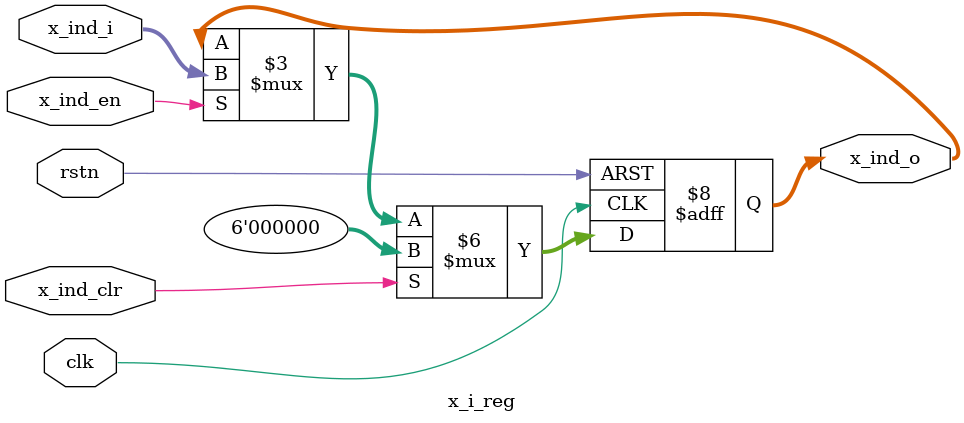
<source format=v>
/******************************************************************
*Module name : x_i_reg
*Filename    : x_index_reg.v
*Type        : Verilog Module
*
*Description : register counter for x indexes
*------------------------------------------------------------------
*	clocks    : clk
*	reset		 : rstn
* 
*Parameters  : none
*
* Author		 :	Daniel Alejandro Lara López
* email 		 :	Daniel.Lara@cinvestav.mx
* Date  		 :	24/04/2024
******************************************************************/

module x_i_reg(
	input clk,
	input rstn,
	input [5:0] x_ind_i,
   input x_ind_en,
   input x_ind_clr,
	
	output reg [5:0] x_ind_o);
	
always@(posedge clk or negedge rstn) 
begin
		if(!rstn)
			x_ind_o <= 6'b000000;
		else if(x_ind_clr)
			x_ind_o <= 6'b000000;
		else if(x_ind_en)
			x_ind_o <= x_ind_i;
end
endmodule

</source>
